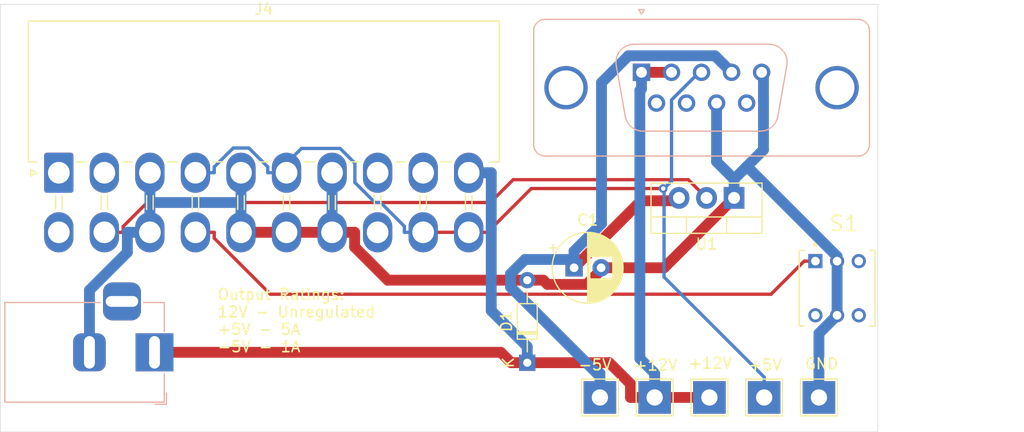
<source format=kicad_pcb>
(kicad_pcb (version 20240108) (generator "pcbnew") (generator_version "8.0")
  (layers (0 "F.Cu" signal) (31 "B.Cu" signal) (34 "B.Paste" user) (35 "F.Paste" user) (36 "B.SilkS" user "B.Silkscreen") (37 "F.SilkS" user "F.Silkscreen") (38 "B.Mask" user) (39 "F.Mask" user) (44 "Edge.Cuts" user))
  (net 0 "")
  (net 1 "GND")
  (net 2 "+12V")
  (net 4 "/-5V")
  (net 6 "-12V")
  (net 8 "/+5V")
  (net 14 "PWON")
  (footprint "TestPoint:TestPoint_THTPad_3.0x3.0mm_Drill1.5mm" (layer "F.Cu") (at 187.105 107.92)
    (property "Reference" "TP3" (hide yes))
    (property "Value" "+5V/Orange" (hide yes))
    (fp_line (start -1.7 -1.7) (end 1.7 -1.7) (stroke (width 0.12)) (layer "F.SilkS"))
    (fp_line (start -1.7 1.7) (end -1.7 -1.7) (stroke (width 0.12)) (layer "F.SilkS"))
    (fp_line (start 1.7 -1.7) (end 1.7 1.7) (stroke (width 0.12)) (layer "F.SilkS"))
    (fp_line (start 1.7 1.7) (end -1.7 1.7) (stroke (width 0.12)) (layer "F.SilkS"))
    (pad "1" thru_hole rect (at 0 0) (size 3 3) (drill 1.5) (layers "*.Cu" "*.Mask") (net 8 "/+5V"))
  )
  (footprint "TestPoint:TestPoint_THTPad_3.0x3.0mm_Drill1.5mm" (layer "F.Cu") (at 182.055 107.92)
    (property "Reference" "TP2" (hide yes))
    (property "Value" "+12VI/Red" (hide yes))
    (fp_line (start -1.7 -1.7) (end 1.7 -1.7) (stroke (width 0.12)) (layer "F.SilkS"))
    (fp_line (start -1.7 1.7) (end -1.7 -1.7) (stroke (width 0.12)) (layer "F.SilkS"))
    (fp_line (start 1.7 -1.7) (end 1.7 1.7) (stroke (width 0.12)) (layer "F.SilkS"))
    (fp_line (start 1.7 1.7) (end -1.7 1.7) (stroke (width 0.12)) (layer "F.SilkS"))
    (pad "1" thru_hole rect (at 0 0) (size 3 3) (drill 1.5) (layers "*.Cu" "*.Mask") (net 2 "+12V"))
  )
  (footprint "TestPoint:TestPoint_THTPad_3.0x3.0mm_Drill1.5mm" (layer "F.Cu") (at 171.955 107.92)
    (property "Reference" "TP4" (hide yes))
    (property "Value" "-5V/Yellow" (hide yes))
    (fp_line (start -1.7 -1.7) (end 1.7 -1.7) (stroke (width 0.12)) (layer "F.SilkS"))
    (fp_line (start -1.7 1.7) (end -1.7 -1.7) (stroke (width 0.12)) (layer "F.SilkS"))
    (fp_line (start 1.7 -1.7) (end 1.7 1.7) (stroke (width 0.12)) (layer "F.SilkS"))
    (fp_line (start 1.7 1.7) (end -1.7 1.7) (stroke (width 0.12)) (layer "F.SilkS"))
    (pad "1" thru_hole rect (at 0 0) (size 3 3) (drill 1.5) (layers "*.Cu" "*.Mask") (net 4 "/-5V"))
  )
  (footprint "TestPoint:TestPoint_THTPad_3.0x3.0mm_Drill1.5mm" (layer "F.Cu") (at 192.155 107.92)
    (property "Reference" "TP5" (hide yes))
    (property "Value" "GND/Green" (hide yes))
    (fp_line (start -1.7 -1.7) (end 1.7 -1.7) (stroke (width 0.12)) (layer "F.SilkS"))
    (fp_line (start -1.7 1.7) (end -1.7 -1.7) (stroke (width 0.12)) (layer "F.SilkS"))
    (fp_line (start 1.7 -1.7) (end 1.7 1.7) (stroke (width 0.12)) (layer "F.SilkS"))
    (fp_line (start 1.7 1.7) (end -1.7 1.7) (stroke (width 0.12)) (layer "F.SilkS"))
    (pad "1" thru_hole rect (at 0 0) (size 3 3) (drill 1.5) (layers "*.Cu" "*.Mask") (net 1 "GND"))
  )
  (footprint "TestPoint:TestPoint_THTPad_3.0x3.0mm_Drill1.5mm" (layer "F.Cu") (at 177.005 107.92)
    (property "Reference" "TP1" (hide yes))
    (property "Value" "+12VL/Brown" (hide yes))
    (fp_line (start -1.7 -1.7) (end 1.7 -1.7) (stroke (width 0.12)) (layer "F.SilkS"))
    (fp_line (start -1.7 1.7) (end -1.7 -1.7) (stroke (width 0.12)) (layer "F.SilkS"))
    (fp_line (start 1.7 -1.7) (end 1.7 1.7) (stroke (width 0.12)) (layer "F.SilkS"))
    (fp_line (start 1.7 1.7) (end -1.7 1.7) (stroke (width 0.12)) (layer "F.SilkS"))
    (pad "1" thru_hole rect (at 0 0) (size 3 3) (drill 1.5) (layers "*.Cu" "*.Mask") (net 2 "+12V"))
  )
  (footprint "Diode_THT:D_DO-34_SOD68_P7.62mm_Horizontal" (layer "F.Cu") (at 165.255 104.71 90)
    (property "Reference" "D1" (at 3.81 -1.92 90) (layer "F.SilkS"))
    (property "Value" "D_Schottky" (hide yes))
    (fp_line (start 5.45 -0.92) (end 2.17 -0.92) (stroke (width 0.12)) (layer "F.SilkS"))
    (fp_line (start 2.866 -0.92) (end 2.866 0.92) (stroke (width 0.12)) (layer "F.SilkS"))
    (fp_line (start 2.746 -0.92) (end 2.746 0.92) (stroke (width 0.12)) (layer "F.SilkS"))
    (fp_line (start 2.626 -0.92) (end 2.626 0.92) (stroke (width 0.12)) (layer "F.SilkS"))
    (fp_line (start 2.17 -0.92) (end 2.17 0.92) (stroke (width 0.12)) (layer "F.SilkS"))
    (fp_line (start 6.63 0) (end 5.45 0) (stroke (width 0.12)) (layer "F.SilkS"))
    (fp_line (start 0.99 0) (end 2.17 0) (stroke (width 0.12)) (layer "F.SilkS"))
    (fp_line (start 5.45 0.92) (end 5.45 -0.92) (stroke (width 0.12)) (layer "F.SilkS"))
    (fp_line (start 2.17 0.92) (end 5.45 0.92) (stroke (width 0.12)) (layer "F.SilkS"))
    (fp_text user "K" (at 0 -1.75 90) (layer "F.SilkS"))
    (pad "1" thru_hole rect (at 0 0 90) (size 1.5 1.5) (drill 0.75) (layers "*.Cu" "*.Mask") (net 2 "+12V"))
    (pad "2" thru_hole oval (at 7.62 0 90) (size 1.5 1.5) (drill 0.75) (layers "*.Cu" "*.Mask") (net 1 "GND"))
  )
  (footprint "Library:Molex_Mini-Fit_Jr_5569-20A2_2x10_P4.20mm_LargeHoles" (layer "F.Cu") (at 122.055 87.17)
    (property "Reference" "J4" (at 18.9 -15.1 0) (layer "F.SilkS"))
    (property "Value" "ATX-20" (hide yes))
    (fp_line (start -2.81 -14.01) (end 18.9 -14.01) (stroke (width 0.12)) (layer "F.SilkS"))
    (fp_line (start -2.81 -0.99) (end -2.81 -14.01) (stroke (width 0.12)) (layer "F.SilkS"))
    (fp_line (start -2.6 -0.3) (end -2 0) (stroke (width 0.12)) (layer "F.SilkS"))
    (fp_line (start -2.6 0.3) (end -2.6 -0.3) (stroke (width 0.12)) (layer "F.SilkS"))
    (fp_line (start -2 -0.99) (end -2.81 -0.99) (stroke (width 0.12)) (layer "F.SilkS"))
    (fp_line (start -2 0) (end -2.6 0.3) (stroke (width 0.12)) (layer "F.SilkS"))
    (fp_line (start -0.3 2.11) (end -0.3 3.39) (stroke (width 0.12)) (layer "F.SilkS"))
    (fp_line (start 0.3 2.11) (end 0.3 3.39) (stroke (width 0.12)) (layer "F.SilkS"))
    (fp_line (start 1.61 -1) (end 2.59 -1) (stroke (width 0.12)) (layer "F.SilkS"))
    (fp_line (start 3.9 2.11) (end 3.9 3.39) (stroke (width 0.12)) (layer "F.SilkS"))
    (fp_line (start 4.5 2.11) (end 4.5 3.39) (stroke (width 0.12)) (layer "F.SilkS"))
    (fp_line (start 5.81 -1) (end 6.79 -1) (stroke (width 0.12)) (layer "F.SilkS"))
    (fp_line (start 8.1 2.11) (end 8.1 3.39) (stroke (width 0.12)) (layer "F.SilkS"))
    (fp_line (start 8.7 2.11) (end 8.7 3.39) (stroke (width 0.12)) (layer "F.SilkS"))
    (fp_line (start 10.01 -1) (end 10.99 -1) (stroke (width 0.12)) (layer "F.SilkS"))
    (fp_line (start 12.3 2.11) (end 12.3 3.39) (stroke (width 0.12)) (layer "F.SilkS"))
    (fp_line (start 12.9 2.11) (end 12.9 3.39) (stroke (width 0.12)) (layer "F.SilkS"))
    (fp_line (start 14.21 -1) (end 15.19 -1) (stroke (width 0.12)) (layer "F.SilkS"))
    (fp_line (start 16.5 2.11) (end 16.5 3.39) (stroke (width 0.12)) (layer "F.SilkS"))
    (fp_line (start 17.1 2.11) (end 17.1 3.39) (stroke (width 0.12)) (layer "F.SilkS"))
    (fp_line (start 18.41 -1) (end 19.39 -1) (stroke (width 0.12)) (layer "F.SilkS"))
    (fp_line (start 20.7 2.11) (end 20.7 3.39) (stroke (width 0.12)) (layer "F.SilkS"))
    (fp_line (start 21.3 2.11) (end 21.3 3.39) (stroke (width 0.12)) (layer "F.SilkS"))
    (fp_line (start 22.61 -1) (end 23.59 -1) (stroke (width 0.12)) (layer "F.SilkS"))
    (fp_line (start 24.9 2.11) (end 24.9 3.39) (stroke (width 0.12)) (layer "F.SilkS"))
    (fp_line (start 25.5 2.11) (end 25.5 3.39) (stroke (width 0.12)) (layer "F.SilkS"))
    (fp_line (start 26.81 -1) (end 27.79 -1) (stroke (width 0.12)) (layer "F.SilkS"))
    (fp_line (start 29.1 2.11) (end 29.1 3.39) (stroke (width 0.12)) (layer "F.SilkS"))
    (fp_line (start 29.7 2.11) (end 29.7 3.39) (stroke (width 0.12)) (layer "F.SilkS"))
    (fp_line (start 31.01 -1) (end 31.99 -1) (stroke (width 0.12)) (layer "F.SilkS"))
    (fp_line (start 33.3 2.11) (end 33.3 3.39) (stroke (width 0.12)) (layer "F.SilkS"))
    (fp_line (start 33.9 2.11) (end 33.9 3.39) (stroke (width 0.12)) (layer "F.SilkS"))
    (fp_line (start 35.21 -1) (end 36.19 -1) (stroke (width 0.12)) (layer "F.SilkS"))
    (fp_line (start 37.5 2.11) (end 37.5 3.39) (stroke (width 0.12)) (layer "F.SilkS"))
    (fp_line (start 38.1 2.11) (end 38.1 3.39) (stroke (width 0.12)) (layer "F.SilkS"))
    (fp_line (start 39.8 -0.99) (end 40.61 -0.99) (stroke (width 0.12)) (layer "F.SilkS"))
    (fp_line (start 40.61 -14.01) (end 18.9 -14.01) (stroke (width 0.12)) (layer "F.SilkS"))
    (fp_line (start 40.61 -0.99) (end 40.61 -14.01) (stroke (width 0.12)) (layer "F.SilkS"))
    (pad "" np_thru_hole circle (at 0 -7.3) (size 3 3) (drill 3) (layers "*.Cu" "*.Mask"))
    (pad "" np_thru_hole circle (at 37.8 -7.3) (size 3 3) (drill 3) (layers "*.Cu" "*.Mask"))
    (pad "1" thru_hole roundrect (at 0 0) (size 2.7 3.7) (drill 2) (layers "*.Cu" "*.Mask") (roundrect_rratio 0.092593))
    (pad "2" thru_hole oval (at 4.2 0) (size 2.7 3.7) (drill 2) (layers "*.Cu" "*.Mask"))
    (pad "3" thru_hole oval (at 8.4 0) (size 2.7 3.7) (drill 2) (layers "*.Cu" "*.Mask") (net 1 "GND"))
    (pad "4" thru_hole oval (at 12.6 0) (size 2.7 3.7) (drill 2) (layers "*.Cu" "*.Mask") (net 8 "/+5V"))
    (pad "5" thru_hole oval (at 16.8 0) (size 2.7 3.7) (drill 2) (layers "*.Cu" "*.Mask") (net 1 "GND"))
    (pad "6" thru_hole oval (at 21 0) (size 2.7 3.7) (drill 2) (layers "*.Cu" "*.Mask") (net 8 "/+5V"))
    (pad "7" thru_hole oval (at 25.2 0) (size 2.7 3.7) (drill 2) (layers "*.Cu" "*.Mask") (net 1 "GND"))
    (pad "8" thru_hole oval (at 29.4 0) (size 2.7 3.7) (drill 2) (layers "*.Cu" "*.Mask"))
    (pad "9" thru_hole oval (at 33.6 0) (size 2.7 3.7) (drill 2) (layers "*.Cu" "*.Mask"))
    (pad "10" thru_hole oval (at 37.8 0) (size 2.7 3.7) (drill 2) (layers "*.Cu" "*.Mask") (net 2 "+12V"))
    (pad "11" thru_hole oval (at 0 5.5) (size 2.7 3.7) (drill 2) (layers "*.Cu" "*.Mask"))
    (pad "12" thru_hole oval (at 4.2 5.5) (size 2.7 3.7) (drill 2) (layers "*.Cu" "*.Mask") (net 6 "-12V"))
    (pad "13" thru_hole oval (at 8.4 5.5) (size 2.7 3.7) (drill 2) (layers "*.Cu" "*.Mask") (net 1 "GND"))
    (pad "14" thru_hole oval (at 12.6 5.5) (size 2.7 3.7) (drill 2) (layers "*.Cu" "*.Mask") (net 14 "PWON"))
    (pad "15" thru_hole oval (at 16.8 5.5) (size 2.7 3.7) (drill 2) (layers "*.Cu" "*.Mask") (net 1 "GND"))
    (pad "16" thru_hole oval (at 21 5.5) (size 2.7 3.7) (drill 2) (layers "*.Cu" "*.Mask") (net 1 "GND"))
    (pad "17" thru_hole oval (at 25.2 5.5) (size 2.7 3.7) (drill 2) (layers "*.Cu" "*.Mask") (net 1 "GND"))
    (pad "18" thru_hole oval (at 29.4 5.5) (size 2.7 3.7) (drill 2) (layers "*.Cu" "*.Mask"))
    (pad "19" thru_hole oval (at 33.6 5.5) (size 2.7 3.7) (drill 2) (layers "*.Cu" "*.Mask") (net 8 "/+5V"))
    (pad "20" thru_hole oval (at 37.8 5.5) (size 2.7 3.7) (drill 2) (layers "*.Cu" "*.Mask") (net 8 "/+5V"))
  )
  (footprint "PicoA10400:SW_TL2230EEF140" (layer "F.Cu") (at 193.83 97.8325)
    (property "Reference" "S1" (at 0.635 -5.969 0) (layer "F.SilkS") (effects (font (size 1.4 1.4))))
    (property "Value" "TL2230EEF140")
    (fp_line (start -3.5 -3.5) (end -3 -3.5) (stroke (width 0.127)) (layer "F.SilkS"))
    (fp_line (start -3.5 3.5) (end -3.5 -3.5) (stroke (width 0.127)) (layer "F.SilkS"))
    (fp_line (start -3.5 3.5) (end -3 3.5) (stroke (width 0.127)) (layer "F.SilkS"))
    (fp_line (start 3 -3.5) (end 3.5 -3.5) (stroke (width 0.127)) (layer "F.SilkS"))
    (fp_line (start 3 3.5) (end 3.5 3.5) (stroke (width 0.127)) (layer "F.SilkS"))
    (fp_line (start 3.5 -3.5) (end 3.5 3.5) (stroke (width 0.127)) (layer "F.SilkS"))
    (fp_circle (center -2.04 -4) (end -1.94 -4) (stroke (width 0.2)) (fill none) (layer "F.SilkS"))
    (pad "1" thru_hole rect (at -2 -2.5) (size 1.308 1.308) (drill 0.8) (layers "*.Cu" "*.Mask") (net 14 "PWON"))
    (pad "2" thru_hole circle (at 0 -2.5) (size 1.308 1.308) (drill 0.8) (layers "*.Cu" "*.Mask") (net 1 "GND"))
    (pad "3" thru_hole circle (at 2 -2.5) (size 1.308 1.308) (drill 0.8) (layers "*.Cu" "*.Mask"))
    (pad "4" thru_hole circle (at -2 2.5) (size 1.308 1.308) (drill 0.8) (layers "*.Cu" "*.Mask"))
    (pad "5" thru_hole circle (at 0 2.5) (size 1.308 1.308) (drill 0.8) (layers "*.Cu" "*.Mask") (net 1 "GND"))
    (pad "6" thru_hole circle (at 2 2.5) (size 1.308 1.308) (drill 0.8) (layers "*.Cu" "*.Mask"))
  )
  (footprint "Capacitor_THT:CP_Radial_D6.3mm_P2.50mm" (layer "F.Cu") (at 169.5726 95.945)
    (property "Reference" "C1" (at 1.25 -4.4 0) (layer "F.SilkS"))
    (property "Value" "10uf" (hide yes))
    (fp_line (start -2.250241 -1.839) (end -1.620241 -1.839) (stroke (width 0.12)) (layer "F.SilkS"))
    (fp_line (start -1.935241 -2.154) (end -1.935241 -1.524) (stroke (width 0.12)) (layer "F.SilkS"))
    (fp_line (start 1.25 -3.23) (end 1.25 3.23) (stroke (width 0.12)) (layer "F.SilkS"))
    (fp_line (start 1.29 -3.23) (end 1.29 3.23) (stroke (width 0.12)) (layer "F.SilkS"))
    (fp_line (start 1.33 -3.23) (end 1.33 3.23) (stroke (width 0.12)) (layer "F.SilkS"))
    (fp_line (start 1.37 -3.228) (end 1.37 3.228) (stroke (width 0.12)) (layer "F.SilkS"))
    (fp_line (start 1.41 -3.227) (end 1.41 3.227) (stroke (width 0.12)) (layer "F.SilkS"))
    (fp_line (start 1.45 -3.224) (end 1.45 3.224) (stroke (width 0.12)) (layer "F.SilkS"))
    (fp_line (start 1.49 -3.222) (end 1.49 -1.04) (stroke (width 0.12)) (layer "F.SilkS"))
    (fp_line (start 1.49 1.04) (end 1.49 3.222) (stroke (width 0.12)) (layer "F.SilkS"))
    (fp_line (start 1.53 -3.218) (end 1.53 -1.04) (stroke (width 0.12)) (layer "F.SilkS"))
    (fp_line (start 1.53 1.04) (end 1.53 3.218) (stroke (width 0.12)) (layer "F.SilkS"))
    (fp_line (start 1.57 -3.215) (end 1.57 -1.04) (stroke (width 0.12)) (layer "F.SilkS"))
    (fp_line (start 1.57 1.04) (end 1.57 3.215) (stroke (width 0.12)) (layer "F.SilkS"))
    (fp_line (start 1.61 -3.211) (end 1.61 -1.04) (stroke (width 0.12)) (layer "F.SilkS"))
    (fp_line (start 1.61 1.04) (end 1.61 3.211) (stroke (width 0.12)) (layer "F.SilkS"))
    (fp_line (start 1.65 -3.206) (end 1.65 -1.04) (stroke (width 0.12)) (layer "F.SilkS"))
    (fp_line (start 1.65 1.04) (end 1.65 3.206) (stroke (width 0.12)) (layer "F.SilkS"))
    (fp_line (start 1.69 -3.201) (end 1.69 -1.04) (stroke (width 0.12)) (layer "F.SilkS"))
    (fp_line (start 1.69 1.04) (end 1.69 3.201) (stroke (width 0.12)) (layer "F.SilkS"))
    (fp_line (start 1.73 -3.195) (end 1.73 -1.04) (stroke (width 0.12)) (layer "F.SilkS"))
    (fp_line (start 1.73 1.04) (end 1.73 3.195) (stroke (width 0.12)) (layer "F.SilkS"))
    (fp_line (start 1.77 -3.189) (end 1.77 -1.04) (stroke (width 0.12)) (layer "F.SilkS"))
    (fp_line (start 1.77 1.04) (end 1.77 3.189) (stroke (width 0.12)) (layer "F.SilkS"))
    (fp_line (start 1.81 -3.182) (end 1.81 -1.04) (stroke (width 0.12)) (layer "F.SilkS"))
    (fp_line (start 1.81 1.04) (end 1.81 3.182) (stroke (width 0.12)) (layer "F.SilkS"))
    (fp_line (start 1.85 -3.175) (end 1.85 -1.04) (stroke (width 0.12)) (layer "F.SilkS"))
    (fp_line (start 1.85 1.04) (end 1.85 3.175) (stroke (width 0.12)) (layer "F.SilkS"))
    (fp_line (start 1.89 -3.167) (end 1.89 -1.04) (stroke (width 0.12)) (layer "F.SilkS"))
    (fp_line (start 1.89 1.04) (end 1.89 3.167) (stroke (width 0.12)) (layer "F.SilkS"))
    (fp_line (start 1.93 -3.159) (end 1.93 -1.04) (stroke (width 0.12)) (layer "F.SilkS"))
    (fp_line (start 1.93 1.04) (end 1.93 3.159) (stroke (width 0.12)) (layer "F.SilkS"))
    (fp_line (start 1.971 -3.15) (end 1.971 -1.04) (stroke (width 0.12)) (layer "F.SilkS"))
    (fp_line (start 1.971 1.04) (end 1.971 3.15) (stroke (width 0.12)) (layer "F.SilkS"))
    (fp_line (start 2.011 -3.141) (end 2.011 -1.04) (stroke (width 0.12)) (layer "F.SilkS"))
    (fp_line (start 2.011 1.04) (end 2.011 3.141) (stroke (width 0.12)) (layer "F.SilkS"))
    (fp_line (start 2.051 -3.131) (end 2.051 -1.04) (stroke (width 0.12)) (layer "F.SilkS"))
    (fp_line (start 2.051 1.04) (end 2.051 3.131) (stroke (width 0.12)) (layer "F.SilkS"))
    (fp_line (start 2.091 -3.121) (end 2.091 -1.04) (stroke (width 0.12)) (layer "F.SilkS"))
    (fp_line (start 2.091 1.04) (end 2.091 3.121) (stroke (width 0.12)) (layer "F.SilkS"))
    (fp_line (start 2.131 -3.11) (end 2.131 -1.04) (stroke (width 0.12)) (layer "F.SilkS"))
    (fp_line (start 2.131 1.04) (end 2.131 3.11) (stroke (width 0.12)) (layer "F.SilkS"))
    (fp_line (start 2.171 -3.098) (end 2.171 -1.04) (stroke (width 0.12)) (layer "F.SilkS"))
    (fp_line (start 2.171 1.04) (end 2.171 3.098) (stroke (width 0.12)) (layer "F.SilkS"))
    (fp_line (start 2.211 -3.086) (end 2.211 -1.04) (stroke (width 0.12)) (layer "F.SilkS"))
    (fp_line (start 2.211 1.04) (end 2.211 3.086) (stroke (width 0.12)) (layer "F.SilkS"))
    (fp_line (start 2.251 -3.074) (end 2.251 -1.04) (stroke (width 0.12)) (layer "F.SilkS"))
    (fp_line (start 2.251 1.04) (end 2.251 3.074) (stroke (width 0.12)) (layer "F.SilkS"))
    (fp_line (start 2.291 -3.061) (end 2.291 -1.04) (stroke (width 0.12)) (layer "F.SilkS"))
    (fp_line (start 2.291 1.04) (end 2.291 3.061) (stroke (width 0.12)) (layer "F.SilkS"))
    (fp_line (start 2.331 -3.047) (end 2.331 -1.04) (stroke (width 0.12)) (layer "F.SilkS"))
    (fp_line (start 2.331 1.04) (end 2.331 3.047) (stroke (width 0.12)) (layer "F.SilkS"))
    (fp_line (start 2.371 -3.033) (end 2.371 -1.04) (stroke (width 0.12)) (layer "F.SilkS"))
    (fp_line (start 2.371 1.04) (end 2.371 3.033) (stroke (width 0.12)) (layer "F.SilkS"))
    (fp_line (start 2.411 -3.018) (end 2.411 -1.04) (stroke (width 0.12)) (layer "F.SilkS"))
    (fp_line (start 2.411 1.04) (end 2.411 3.018) (stroke (width 0.12)) (layer "F.SilkS"))
    (fp_line (start 2.451 -3.002) (end 2.451 -1.04) (stroke (width 0.12)) (layer "F.SilkS"))
    (fp_line (start 2.451 1.04) (end 2.451 3.002) (stroke (width 0.12)) (layer "F.SilkS"))
    (fp_line (start 2.491 -2.986) (end 2.491 -1.04) (stroke (width 0.12)) (layer "F.SilkS"))
    (fp_line (start 2.491 1.04) (end 2.491 2.986) (stroke (width 0.12)) (layer "F.SilkS"))
    (fp_line (start 2.531 -2.97) (end 2.531 -1.04) (stroke (width 0.12)) (layer "F.SilkS"))
    (fp_line (start 2.531 1.04) (end 2.531 2.97) (stroke (width 0.12)) (layer "F.SilkS"))
    (fp_line (start 2.571 -2.952) (end 2.571 -1.04) (stroke (width 0.12)) (layer "F.SilkS"))
    (fp_line (start 2.571 1.04) (end 2.571 2.952) (stroke (width 0.12)) (layer "F.SilkS"))
    (fp_line (start 2.611 -2.934) (end 2.611 -1.04) (stroke (width 0.12)) (layer "F.SilkS"))
    (fp_line (start 2.611 1.04) (end 2.611 2.934) (stroke (width 0.12)) (layer "F.SilkS"))
    (fp_line (start 2.651 -2.916) (end 2.651 -1.04) (stroke (width 0.12)) (layer "F.SilkS"))
    (fp_line (start 2.651 1.04) (end 2.651 2.916) (stroke (width 0.12)) (layer "F.SilkS"))
    (fp_line (start 2.691 -2.896) (end 2.691 -1.04) (stroke (width 0.12)) (layer "F.SilkS"))
    (fp_line (start 2.691 1.04) (end 2.691 2.896) (stroke (width 0.12)) (layer "F.SilkS"))
    (fp_line (start 2.731 -2.876) (end 2.731 -1.04) (stroke (width 0.12)) (layer "F.SilkS"))
    (fp_line (start 2.731 1.04) (end 2.731 2.876) (stroke (width 0.12)) (layer "F.SilkS"))
    (fp_line (start 2.771 -2.856) (end 2.771 -1.04) (stroke (width 0.12)) (layer "F.SilkS"))
    (fp_line (start 2.771 1.04) (end 2.771 2.856) (stroke (width 0.12)) (layer "F.SilkS"))
    (fp_line (start 2.811 -2.834) (end 2.811 -1.04) (stroke (width 0.12)) (layer "F.SilkS"))
    (fp_line (start 2.811 1.04) (end 2.811 2.834) (stroke (width 0.12)) (layer "F.SilkS"))
    (fp_line (start 2.851 -2.812) (end 2.851 -1.04) (stroke (width 0.12)) (layer "F.SilkS"))
    (fp_line (start 2.851 1.04) (end 2.851 2.812) (stroke (width 0.12)) (layer "F.SilkS"))
    (fp_line (start 2.891 -2.79) (end 2.891 -1.04) (stroke (width 0.12)) (layer "F.SilkS"))
    (fp_line (start 2.891 1.04) (end 2.891 2.79) (stroke (width 0.12)) (layer "F.SilkS"))
    (fp_line (start 2.931 -2.766) (end 2.931 -1.04) (stroke (width 0.12)) (layer "F.SilkS"))
    (fp_line (start 2.931 1.04) (end 2.931 2.766) (stroke (width 0.12)) (layer "F.SilkS"))
    (fp_line (start 2.971 -2.742) (end 2.971 -1.04) (stroke (width 0.12)) (layer "F.SilkS"))
    (fp_line (start 2.971 1.04) (end 2.971 2.742) (stroke (width 0.12)) (layer "F.SilkS"))
    (fp_line (start 3.011 -2.716) (end 3.011 -1.04) (stroke (width 0.12)) (layer "F.SilkS"))
    (fp_line (start 3.011 1.04) (end 3.011 2.716) (stroke (width 0.12)) (layer "F.SilkS"))
    (fp_line (start 3.051 -2.69) (end 3.051 -1.04) (stroke (width 0.12)) (layer "F.SilkS"))
    (fp_line (start 3.051 1.04) (end 3.051 2.69) (stroke (width 0.12)) (layer "F.SilkS"))
    (fp_line (start 3.091 -2.664) (end 3.091 -1.04) (stroke (width 0.12)) (layer "F.SilkS"))
    (fp_line (start 3.091 1.04) (end 3.091 2.664) (stroke (width 0.12)) (layer "F.SilkS"))
    (fp_line (start 3.131 -2.636) (end 3.131 -1.04) (stroke (width 0.12)) (layer "F.SilkS"))
    (fp_line (start 3.131 1.04) (end 3.131 2.636) (stroke (width 0.12)) (layer "F.SilkS"))
    (fp_line (start 3.171 -2.607) (end 3.171 -1.04) (stroke (width 0.12)) (layer "F.SilkS"))
    (fp_line (start 3.171 1.04) (end 3.171 2.607) (stroke (width 0.12)) (layer "F.SilkS"))
    (fp_line (start 3.211 -2.578) (end 3.211 -1.04) (stroke (width 0.12)) (layer "F.SilkS"))
    (fp_line (start 3.211 1.04) (end 3.211 2.578) (stroke (width 0.12)) (layer "F.SilkS"))
    (fp_line (start 3.251 -2.548) (end 3.251 -1.04) (stroke (width 0.12)) (layer "F.SilkS"))
    (fp_line (start 3.251 1.04) (end 3.251 2.548) (stroke (width 0.12)) (layer "F.SilkS"))
    (fp_line (start 3.291 -2.516) (end 3.291 -1.04) (stroke (width 0.12)) (layer "F.SilkS"))
    (fp_line (start 3.291 1.04) (end 3.291 2.516) (stroke (width 0.12)) (layer "F.SilkS"))
    (fp_line (start 3.331 -2.484) (end 3.331 -1.04) (stroke (width 0.12)) (layer "F.SilkS"))
    (fp_line (start 3.331 1.04) (end 3.331 2.484) (stroke (width 0.12)) (layer "F.SilkS"))
    (fp_line (start 3.371 -2.45) (end 3.371 -1.04) (stroke (width 0.12)) (layer "F.SilkS"))
    (fp_line (start 3.371 1.04) (end 3.371 2.45) (stroke (width 0.12)) (layer "F.SilkS"))
    (fp_line (start 3.411 -2.416) (end 3.411 -1.04) (stroke (width 0.12)) (layer "F.SilkS"))
    (fp_line (start 3.411 1.04) (end 3.411 2.416) (stroke (width 0.12)) (layer "F.SilkS"))
    (fp_line (start 3.451 -2.38) (end 3.451 -1.04) (stroke (width 0.12)) (layer "F.SilkS"))
    (fp_line (start 3.451 1.04) (end 3.451 2.38) (stroke (width 0.12)) (layer "F.SilkS"))
    (fp_line (start 3.491 -2.343) (end 3.491 -1.04) (stroke (width 0.12)) (layer "F.SilkS"))
    (fp_line (start 3.491 1.04) (end 3.491 2.343) (stroke (width 0.12)) (layer "F.SilkS"))
    (fp_line (start 3.531 -2.305) (end 3.531 -1.04) (stroke (width 0.12)) (layer "F.SilkS"))
    (fp_line (start 3.531 1.04) (end 3.531 2.305) (stroke (width 0.12)) (layer "F.SilkS"))
    (fp_line (start 3.571 -2.265) (end 3.571 2.265) (stroke (width 0.12)) (layer "F.SilkS"))
    (fp_line (start 3.611 -2.224) (end 3.611 2.224) (stroke (width 0.12)) (layer "F.SilkS"))
    (fp_line (start 3.651 -2.182) (end 3.651 2.182) (stroke (width 0.12)) (layer "F.SilkS"))
    (fp_line (start 3.691 -2.137) (end 3.691 2.137) (stroke (width 0.12)) (layer "F.SilkS"))
    (fp_line (start 3.731 -2.092) (end 3.731 2.092) (stroke (width 0.12)) (layer "F.SilkS"))
    (fp_line (start 3.771 -2.044) (end 3.771 2.044) (stroke (width 0.12)) (layer "F.SilkS"))
    (fp_line (start 3.811 -1.995) (end 3.811 1.995) (stroke (width 0.12)) (layer "F.SilkS"))
    (fp_line (start 3.851 -1.944) (end 3.851 1.944) (stroke (width 0.12)) (layer "F.SilkS"))
    (fp_line (start 3.891 -1.89) (end 3.891 1.89) (stroke (width 0.12)) (layer "F.SilkS"))
    (fp_line (start 3.931 -1.834) (end 3.931 1.834) (stroke (width 0.12)) (layer "F.SilkS"))
    (fp_line (start 3.971 -1.776) (end 3.971 1.776) (stroke (width 0.12)) (layer "F.SilkS"))
    (fp_line (start 4.011 -1.714) (end 4.011 1.714) (stroke (width 0.12)) (layer "F.SilkS"))
    (fp_line (start 4.051 -1.65) (end 4.051 1.65) (stroke (width 0.12)) (layer "F.SilkS"))
    (fp_line (start 4.091 -1.581) (end 4.091 1.581) (stroke (width 0.12)) (layer "F.SilkS"))
    (fp_line (start 4.131 -1.509) (end 4.131 1.509) (stroke (width 0.12)) (layer "F.SilkS"))
    (fp_line (start 4.171 -1.432) (end 4.171 1.432) (stroke (width 0.12)) (layer "F.SilkS"))
    (fp_line (start 4.211 -1.35) (end 4.211 1.35) (stroke (width 0.12)) (layer "F.SilkS"))
    (fp_line (start 4.251 -1.262) (end 4.251 1.262) (stroke (width 0.12)) (layer "F.SilkS"))
    (fp_line (start 4.291 -1.165) (end 4.291 1.165) (stroke (width 0.12)) (layer "F.SilkS"))
    (fp_line (start 4.331 -1.059) (end 4.331 1.059) (stroke (width 0.12)) (layer "F.SilkS"))
    (fp_line (start 4.371 -0.94) (end 4.371 0.94) (stroke (width 0.12)) (layer "F.SilkS"))
    (fp_line (start 4.411 -0.802) (end 4.411 0.802) (stroke (width 0.12)) (layer "F.SilkS"))
    (fp_line (start 4.451 -0.633) (end 4.451 0.633) (stroke (width 0.12)) (layer "F.SilkS"))
    (fp_line (start 4.491 -0.402) (end 4.491 0.402) (stroke (width 0.12)) (layer "F.SilkS"))
    (fp_circle (center 1.25 0) (end 4.52 0) (stroke (width 0.12)) (fill none) (layer "F.SilkS"))
    (pad "1" thru_hole rect (at 0 0) (size 1.6 1.6) (drill 0.8) (layers "*.Cu" "*.Mask") (net 4 "/-5V"))
    (pad "2" thru_hole circle (at 2.5 0) (size 1.6 1.6) (drill 0.8) (layers "*.Cu" "*.Mask") (net 1 "GND"))
  )
  (footprint "Package_TO_SOT_THT:TO-220-3_Vertical" (layer "F.Cu") (at 184.33 89.495 180)
    (property "Reference" "U1" (at 2.54 -4.27 0) (layer "F.SilkS"))
    (property "Value" "L7905" (hide yes))
    (fp_line (start 7.66 -3.27) (end 7.66 1.371) (stroke (width 0.12)) (layer "F.SilkS"))
    (fp_line (start 4.391 -3.27) (end 4.391 -1.76) (stroke (width 0.12)) (layer "F.SilkS"))
    (fp_line (start 0.69 -3.27) (end 0.69 -1.76) (stroke (width 0.12)) (layer "F.SilkS"))
    (fp_line (start -2.58 1.371) (end 7.66 1.371) (stroke (width 0.12)) (layer "F.SilkS"))
    (fp_line (start -2.58 -1.76) (end 7.66 -1.76) (stroke (width 0.12)) (layer "F.SilkS"))
    (fp_line (start -2.58 -3.27) (end 7.66 -3.27) (stroke (width 0.12)) (layer "F.SilkS"))
    (fp_line (start -2.58 -3.27) (end -2.58 1.371) (stroke (width 0.12)) (layer "F.SilkS"))
    (pad "1" thru_hole rect (at 0 0 180) (size 1.905 2) (drill 1.1) (layers "*.Cu" "*.Mask") (net 1 "GND"))
    (pad "2" thru_hole oval (at 2.54 0 180) (size 1.905 2) (drill 1.1) (layers "*.Cu" "*.Mask") (net 6 "-12V"))
    (pad "3" thru_hole oval (at 5.08 0 180) (size 1.905 2) (drill 1.1) (layers "*.Cu" "*.Mask") (net 4 "/-5V"))
  )
  (footprint "Connector_BarrelJack:BarrelJack_Horizontal" (layer "B.Cu") (at 130.88 103.7525)
    (property "Reference" "J1" (hide yes))
    (property "Value" "Barrel_Jack_Switch" (hide yes))
    (fp_line (start -13.8 -4.6) (end -5 -4.6) (stroke (width 0.12)) (layer "B.SilkS"))
    (fp_line (start -13.8 4.6) (end -13.8 -4.6) (stroke (width 0.12)) (layer "B.SilkS"))
    (fp_line (start -1 -4.6) (end 0.9 -4.6) (stroke (width 0.12)) (layer "B.SilkS"))
    (fp_line (start 0.9 -4.6) (end 0.9 -1.9) (stroke (width 0.12)) (layer "B.SilkS"))
    (fp_line (start 0.9 2) (end 0.9 4.6) (stroke (width 0.12)) (layer "B.SilkS"))
    (fp_line (start 0.9 4.6) (end -13.8 4.6) (stroke (width 0.12)) (layer "B.SilkS"))
    (fp_line (start 1.1 4.8) (end 0.05 4.8) (stroke (width 0.12)) (layer "B.SilkS"))
    (fp_line (start 1.1 4.8) (end 1.1 3.75) (stroke (width 0.12)) (layer "B.SilkS"))
    (pad "1" thru_hole rect (at 0 0) (size 3.5 3.5) (drill oval 1 3) (layers "*.Cu" "*.Mask") (net 2 "+12V"))
    (pad "2" thru_hole roundrect (at -6 0) (size 3 3.5) (drill oval 1 3) (layers "*.Cu" "*.Mask") (net 1 "GND"))
    (pad "3" thru_hole roundrect (at -3 -4.7) (size 3.5 3.5) (drill oval 3 1) (layers "*.Cu" "*.Mask"))
  )
  (footprint "Connector_Dsub:DSUB-9_Female_Vertical_P2.77x2.84mm_MountingHoles" (layer "B.Cu") (at 175.79 77.9 180)
    (property "Reference" "J3" (hide yes))
    (property "Value" "DB9_Female" (hide yes))
    (fp_line (start 9.945 -6.67) (end 9.945 3.83) (stroke (width 0.12)) (layer "B.SilkS"))
    (fp_line (start 8.885 4.89) (end -19.965 4.89) (stroke (width 0.12)) (layer "B.SilkS"))
    (fp_line (start 1.497733 -4.058256) (end 2.32647 0.641744) (stroke (width 0.12)) (layer "B.SilkS"))
    (fp_line (start 0.691689 2.59) (end -11.771689 2.59) (stroke (width 0.12)) (layer "B.SilkS"))
    (fp_line (start 0.25 5.784338) (end -0.25 5.784338) (stroke (width 0.12)) (layer "B.SilkS"))
    (fp_line (start 0 5.351325) (end 0.25 5.784338) (stroke (width 0.12)) (layer "B.SilkS"))
    (fp_line (start -0.137048 -5.43) (end -10.942952 -5.43) (stroke (width 0.12)) (layer "B.SilkS"))
    (fp_line (start -0.25 5.784338) (end 0 5.351325) (stroke (width 0.12)) (layer "B.SilkS"))
    (fp_line (start -12.577733 -4.058256) (end -13.40647 0.641744) (stroke (width 0.12)) (layer "B.SilkS"))
    (fp_line (start -19.965 -7.73) (end 8.885 -7.73) (stroke (width 0.12)) (layer "B.SilkS"))
    (fp_line (start -21.025 3.83) (end -21.025 -6.67) (stroke (width 0.12)) (layer "B.SilkS"))
    (fp_arc (start 9.945 3.83) (mid 9.634533 4.579533) (end 8.885 4.89) (stroke (width 0.12)) (layer "B.SilkS"))
    (fp_arc (start 8.885 -7.73) (mid 9.634533 -7.419533) (end 9.945 -6.67) (stroke (width 0.12)) (layer "B.SilkS"))
    (fp_arc (start 2.32647 0.641744) (mid 1.963323 1.997027) (end 0.691689 2.59) (stroke (width 0.12)) (layer "B.SilkS"))
    (fp_arc (start -0.137048 -5.43) (mid 0.92998 -5.041634) (end 1.497733 -4.058256) (stroke (width 0.12)) (layer "B.SilkS"))
    (fp_arc (start -11.771689 2.59) (mid -13.043323 1.997027) (end -13.40647 0.641744) (stroke (width 0.12)) (layer "B.SilkS"))
    (fp_arc (start -12.577733 -4.058256) (mid -12.00998 -5.041634) (end -10.942952 -5.43) (stroke (width 0.12)) (layer "B.SilkS"))
    (fp_arc (start -19.965 4.89) (mid -20.714533 4.579533) (end -21.025 3.83) (stroke (width 0.12)) (layer "B.SilkS"))
    (fp_arc (start -21.025 -6.67) (mid -20.714533 -7.419533) (end -19.965 -7.73) (stroke (width 0.12)) (layer "B.SilkS"))
    (pad "0" thru_hole circle (at -18.04 -1.42 180) (size 4 4) (drill 3.2) (layers "*.Cu" "*.Mask"))
    (pad "0" thru_hole circle (at 6.96 -1.42 180) (size 4 4) (drill 3.2) (layers "*.Cu" "*.Mask"))
    (pad "1" thru_hole rect (at 0 0 180) (size 1.6 1.6) (drill 1) (layers "*.Cu" "*.Mask") (net 2 "+12V"))
    (pad "2" thru_hole circle (at -2.77 0 180) (size 1.6 1.6) (drill 1) (layers "*.Cu" "*.Mask") (net 2 "+12V"))
    (pad "3" thru_hole circle (at -5.54 0 180) (size 1.6 1.6) (drill 1) (layers "*.Cu" "*.Mask") (net 8 "/+5V"))
    (pad "4" thru_hole circle (at -8.31 0 180) (size 1.6 1.6) (drill 1) (layers "*.Cu" "*.Mask") (net 4 "/-5V"))
    (pad "5" thru_hole circle (at -11.08 0 180) (size 1.6 1.6) (drill 1) (layers "*.Cu" "*.Mask") (net 1 "GND"))
    (pad "6" thru_hole circle (at -1.385 -2.84 180) (size 1.6 1.6) (drill 1) (layers "*.Cu" "*.Mask"))
    (pad "7" thru_hole circle (at -4.155 -2.84 180) (size 1.6 1.6) (drill 1) (layers "*.Cu" "*.Mask"))
    (pad "8" thru_hole circle (at -6.925 -2.84 180) (size 1.6 1.6) (drill 1) (layers "*.Cu" "*.Mask") (net 1 "GND"))
    (pad "9" thru_hole circle (at -9.695 -2.84 180) (size 1.6 1.6) (drill 1) (layers "*.Cu" "*.Mask"))
  )
  (gr_rect (start 116.655 71.62) (end 197.58 111.095) (stroke (width 0.05)) (fill none) (layer "Edge.Cuts"))
  (gr_text "Output Ratings:\n12V - Unregulated\n+5V - 5A\n-5V - 1A" (at 136.605 100.82 0) (layer "F.SilkS") (effects (font (size 1 1)) (justify left)))
  (gr_text "+12V" (at 175.005 105.52 0) (layer "F.SilkS") (effects (font (size 1 1)) (justify left bottom)))
  (gr_text "+12V" (at 180.03 105.345 0) (layer "F.SilkS") (effects (font (size 1 1)) (justify left bottom)))
  (gr_text "-5V" (at 169.88 105.495 0) (layer "F.SilkS") (effects (font (size 1 1)) (justify left bottom)))
  (gr_text "+5V" (at 185.58 105.495 0) (layer "F.SilkS") (effects (font (size 1 1)) (justify left bottom)))
  (gr_text "GND" (at 190.78 105.395 0) (layer "F.SilkS") (effects (font (size 1 1)) (justify left bottom)))
  (segment (start 165.9952 97.09) (end 165.255 97.09) (width 1) (layer "F.Cu") (net 1))
  (segment (start 177.88 95.945) (end 172.0726 95.945) (width 1) (layer "F.Cu") (net 1))
  (segment (start 165.255 97.09) (end 152.3934 97.09) (width 1) (layer "F.Cu") (net 1))
  (segment (start 152.3934 97.09) (end 149.3353 94.0319) (width 1) (layer "F.Cu") (net 1))
  (segment (start 172.0726 96.1361) (end 170.7272 97.4815) (width 1) (layer "F.Cu") (net 1))
  (segment (start 143.055 92.67) (end 138.855 92.67) (width 1) (layer "F.Cu") (net 1))
  (segment (start 165.9952 97.09) (end 166.7353 97.09) (width 1) (layer "F.Cu") (net 1))
  (segment (start 147.255 92.67) (end 143.055 92.67) (width 1) (layer "F.Cu") (net 1))
  (segment (start 149.3353 94.0319) (end 149.3353 92.67) (width 1) (layer "F.Cu") (net 1))
  (segment (start 172.0726 95.945) (end 172.0726 96.1361) (width 1) (layer "F.Cu") (net 1))
  (segment (start 184.33 89.495) (end 177.88 95.945) (width 1) (layer "F.Cu") (net 1))
  (segment (start 167.1268 97.4815) (end 166.7353 97.09) (width 1) (layer "F.Cu") (net 1))
  (segment (start 147.255 92.67) (end 149.3353 92.67) (width 1) (layer "F.Cu") (net 1))
  (segment (start 170.7272 97.4815) (end 167.1268 97.4815) (width 1) (layer "F.Cu") (net 1))
  (segment (start 138.855 92.67) (end 138.855 89.92) (width 1) (layer "B.Cu") (net 1))
  (segment (start 138.855 89.92) (end 138.855 87.17) (width 1) (layer "B.Cu") (net 1))
  (segment (start 193.83 94.8967) (end 193.83 95.3325) (width 1) (layer "B.Cu") (net 1))
  (segment (start 186.87 77.9) (end 187.0395 78.0695) (width 1) (layer "B.Cu") (net 1))
  (segment (start 130.455 92.67) (end 130.455 89.92) (width 1) (layer "B.Cu") (net 1))
  (segment (start 138.855 89.92) (end 130.455 89.92) (width 1) (layer "B.Cu") (net 1))
  (segment (start 128.3747 94.518) (end 124.88 98.0127) (width 1) (layer "B.Cu") (net 1))
  (segment (start 182.715 80.74) (end 182.715 86.1497) (width 1) (layer "B.Cu") (net 1))
  (segment (start 192.155 102.0075) (end 193.83 100.3325) (width 1) (layer "B.Cu") (net 1))
  (segment (start 185.514 86.5807) (end 193.83 94.8967) (width 1) (layer "B.Cu") (net 1))
  (segment (start 193.83 95.3325) (end 193.83 100.3325) (width 1) (layer "B.Cu") (net 1))
  (segment (start 147.255 87.17) (end 147.255 92.67) (width 1) (layer "B.Cu") (net 1))
  (segment (start 130.455 89.92) (end 130.455 87.17) (width 1) (layer "B.Cu") (net 1))
  (segment (start 182.715 86.1497) (end 184.33 87.7647) (width 1) (layer "B.Cu") (net 1))
  (segment (start 128.3747 92.67) (end 128.3747 94.518) (width 1) (layer "B.Cu") (net 1))
  (segment (start 124.88 98.0127) (end 124.88 103.7525) (width 1) (layer "B.Cu") (net 1))
  (segment (start 187.0395 78.0695) (end 187.0395 85.0552) (width 1) (layer "B.Cu") (net 1))
  (segment (start 192.155 107.92) (end 192.155 102.0075) (width 1) (layer "B.Cu") (net 1))
  (segment (start 184.33 89.495) (end 184.33 87.7647) (width 1) (layer "B.Cu") (net 1))
  (segment (start 130.455 92.67) (end 128.3747 92.67) (width 1) (layer "B.Cu") (net 1))
  (segment (start 187.0395 85.0552) (end 185.514 86.5807) (width 1) (layer "B.Cu") (net 1))
  (segment (start 185.514 86.5807) (end 184.33 87.7647) (width 1) (layer "B.Cu") (net 1))
  (segment (start 165.255 104.71) (end 172.8192 104.71) (width 1) (layer "F.Cu") (net 2))
  (segment (start 164.5149 104.71) (end 165.255 104.71) (width 1) (layer "F.Cu") (net 2))
  (segment (start 172.8192 104.71) (end 174.7747 106.6655) (width 1) (layer "F.Cu") (net 2))
  (segment (start 175.8899 107.92) (end 177.005 107.92) (width 1) (layer "F.Cu") (net 2))
  (segment (start 174.7747 106.6655) (end 174.7747 107.92) (width 1) (layer "F.Cu") (net 2))
  (segment (start 177.005 107.92) (end 182.055 107.92) (width 1) (layer "F.Cu") (net 2))
  (segment (start 162.8172 103.7525) (end 163.7747 104.71) (width 1) (layer "F.Cu") (net 2))
  (segment (start 164.5149 104.71) (end 163.7747 104.71) (width 1) (layer "F.Cu") (net 2))
  (segment (start 178.56 77.9) (end 175.79 77.9) (width 1) (layer "F.Cu") (net 2))
  (segment (start 175.8899 107.92) (end 174.7747 107.92) (width 1) (layer "F.Cu") (net 2))
  (segment (start 130.88 103.7525) (end 162.8172 103.7525) (width 1) (layer "F.Cu") (net 2))
  (segment (start 175.6394 104.3241) (end 177.005 105.6897) (width 1) (layer "B.Cu") (net 2))
  (segment (start 175.6394 79.5809) (end 175.6394 104.3241) (width 1) (layer "B.Cu") (net 2))
  (segment (start 175.79 77.9) (end 175.79 79.4303) (width 1) (layer "B.Cu") (net 2))
  (segment (start 165.255 104.71) (end 165.255 103.2297) (width 1) (layer "B.Cu") (net 2))
  (segment (start 175.79 79.4303) (end 175.6394 79.5809) (width 1) (layer "B.Cu") (net 2))
  (segment (start 161.9353 99.91) (end 165.255 103.2297) (width 1) (layer "B.Cu") (net 2))
  (segment (start 161.9353 87.17) (end 161.9353 99.91) (width 1) (layer "B.Cu") (net 2))
  (segment (start 159.855 87.17) (end 161.9353 87.17) (width 1) (layer "B.Cu") (net 2))
  (segment (start 177.005 107.92) (end 177.005 105.6897) (width 1) (layer "B.Cu") (net 2))
  (segment (start 175.7591 89.7585) (end 178.9865 89.7585) (width 1) (layer "F.Cu") (net 4))
  (segment (start 169.5726 95.945) (end 175.7591 89.7585) (width 1) (layer "F.Cu") (net 4))
  (segment (start 178.9865 89.7585) (end 179.25 89.495) (width 1) (layer "F.Cu") (net 4))
  (segment (start 169.5726 95.1798) (end 169.5726 94.4147) (width 1) (layer "B.Cu") (net 4))
  (segment (start 171.955 107.92) (end 171.955 105.6897) (width 1) (layer "B.Cu") (net 4))
  (segment (start 165.0478 95.1798) (end 163.7145 96.5131) (width 1) (layer "B.Cu") (net 4))
  (segment (start 174.5861 76.3697) (end 172.1028 78.853) (width 1) (layer "B.Cu") (net 4))
  (segment (start 169.5726 95.1798) (end 165.0478 95.1798) (width 1) (layer "B.Cu") (net 4))
  (segment (start 172.1028 91.8845) (end 169.5726 94.4147) (width 1) (layer "B.Cu") (net 4))
  (segment (start 163.7145 97.728) (end 171.6762 105.6897) (width 1) (layer "B.Cu") (net 4))
  (segment (start 182.5697 76.3697) (end 174.5861 76.3697) (width 1) (layer "B.Cu") (net 4))
  (segment (start 163.7145 96.5131) (end 163.7145 97.728) (width 1) (layer "B.Cu") (net 4))
  (segment (start 172.1028 78.853) (end 172.1028 91.8845) (width 1) (layer "B.Cu") (net 4))
  (segment (start 184.1 77.9) (end 182.5697 76.3697) (width 1) (layer "B.Cu") (net 4))
  (segment (start 171.6762 105.6897) (end 171.955 105.6897) (width 1) (layer "B.Cu") (net 4))
  (segment (start 169.5726 95.945) (end 169.5726 95.1798) (width 1) (layer "B.Cu") (net 4))
  (segment (start 126.255 92.67) (end 127.9877 92.67) (width 0.3048) (layer "F.Cu") (net 6))
  (segment (start 161.8483 89.92) (end 130.2049 89.92) (width 0.3048) (layer "F.Cu") (net 6))
  (segment (start 127.9877 92.1372) (end 127.9877 92.67) (width 0.3048) (layer "F.Cu") (net 6))
  (segment (start 180.1091 87.8141) (end 163.9542 87.8141) (width 0.3048) (layer "F.Cu") (net 6))
  (segment (start 181.79 89.495) (end 180.1091 87.8141) (width 0.3048) (layer "F.Cu") (net 6))
  (segment (start 130.2049 89.92) (end 127.9877 92.1372) (width 0.3048) (layer "F.Cu") (net 6))
  (segment (start 163.9542 87.8141) (end 161.8483 89.92) (width 0.3048) (layer "F.Cu") (net 6))
  (segment (start 165.6295 88.6282) (end 177.7929 88.6282) (width 0.3048) (layer "F.Cu") (net 8))
  (segment (start 159.855 92.67) (end 161.5877 92.67) (width 0.3048) (layer "F.Cu") (net 8))
  (segment (start 159.855 92.67) (end 155.655 92.67) (width 0.3048) (layer "F.Cu") (net 8))
  (segment (start 161.5877 92.67) (end 165.6295 88.6282) (width 0.3048) (layer "F.Cu") (net 8))
  (via (at 177.7929 88.6282) (size 0.8) (drill 0.4) (layers "F.Cu" "B.Cu") (net 8))
  (segment (start 142.1887 87.17) (end 144.4343 84.9244) (width 0.3048) (layer "B.Cu") (net 8))
  (segment (start 151.2094 89.92) (end 151.726 89.92) (width 0.3048) (layer "B.Cu") (net 8))
  (segment (start 155.655 92.67) (end 153.9223 92.67) (width 0.3048) (layer "B.Cu") (net 8))
  (segment (start 187.105 107.92) (end 187.105 106.0373) (width 0.3048) (layer "B.Cu") (net 8))
  (segment (start 142.1887 87.17) (end 141.3223 87.17) (width 0.3048) (layer "B.Cu") (net 8))
  (segment (start 149.3589 86.2867) (end 149.3589 88.0695) (width 0.3048) (layer "B.Cu") (net 8))
  (segment (start 153.9223 92.1163) (end 153.9223 92.67) (width 0.3048) (layer "B.Cu") (net 8))
  (segment (start 141.3223 86.6285) (end 139.5815 84.8877) (width 0.3048) (layer "B.Cu") (net 8))
  (segment (start 177.8708 88.6282) (end 177.7929 88.6282) (width 0.3048) (layer "B.Cu") (net 8))
  (segment (start 143.055 87.17) (end 142.1887 87.17) (width 0.3048) (layer "B.Cu") (net 8))
  (segment (start 141.3223 87.17) (end 141.3223 86.6285) (width 0.3048) (layer "B.Cu") (net 8))
  (segment (start 177.8708 96.8031) (end 177.8708 88.6282) (width 0.3048) (layer "B.Cu") (net 8))
  (segment (start 177.8708 88.6282) (end 178.56 87.939) (width 0.3048) (layer "B.Cu") (net 8))
  (segment (start 178.56 87.939) (end 178.56 80.4475) (width 0.3048) (layer "B.Cu") (net 8))
  (segment (start 147.9966 84.9244) (end 149.3589 86.2867) (width 0.3048) (layer "B.Cu") (net 8))
  (segment (start 134.655 87.17) (end 136.3877 87.17) (width 0.3048) (layer "B.Cu") (net 8))
  (segment (start 144.4343 84.9244) (end 147.9966 84.9244) (width 0.3048) (layer "B.Cu") (net 8))
  (segment (start 139.5815 84.8877) (end 138.1372 84.8877) (width 0.3048) (layer "B.Cu") (net 8))
  (segment (start 151.726 89.92) (end 153.9223 92.1163) (width 0.3048) (layer "B.Cu") (net 8))
  (segment (start 181.1075 77.9) (end 181.33 77.9) (width 0.3048) (layer "B.Cu") (net 8))
  (segment (start 178.56 80.4475) (end 181.1075 77.9) (width 0.3048) (layer "B.Cu") (net 8))
  (segment (start 138.1372 84.8877) (end 136.3877 86.6372) (width 0.3048) (layer "B.Cu") (net 8))
  (segment (start 136.3877 86.6372) (end 136.3877 87.17) (width 0.3048) (layer "B.Cu") (net 8))
  (segment (start 187.105 106.0373) (end 177.8708 96.8031) (width 0.3048) (layer "B.Cu") (net 8))
  (segment (start 149.3589 88.0695) (end 151.2094 89.92) (width 0.3048) (layer "B.Cu") (net 8))
  (segment (start 141.5632 98.387) (end 187.7388 98.387) (width 0.3048) (layer "F.Cu") (net 14))
  (segment (start 187.7388 98.387) (end 190.7933 95.3325) (width 0.3048) (layer "F.Cu") (net 14))
  (segment (start 136.3877 93.2115) (end 141.5632 98.387) (width 0.3048) (layer "F.Cu") (net 14))
  (segment (start 136.3877 92.67) (end 136.3877 93.2115) (width 0.3048) (layer "F.Cu") (net 14))
  (segment (start 134.655 92.67) (end 136.3877 92.67) (width 0.3048) (layer "F.Cu") (net 14))
  (segment (start 191.83 95.3325) (end 190.7933 95.3325) (width 0.3048) (layer "F.Cu") (net 14))
)
</source>
